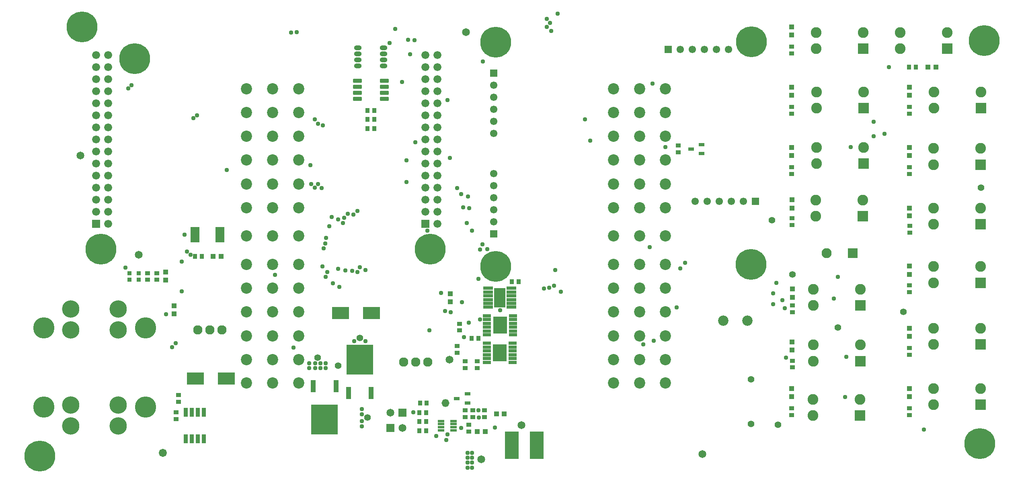
<source format=gts>
G04*
G04 #@! TF.GenerationSoftware,Altium Limited,Altium Designer,22.10.1 (41)*
G04*
G04 Layer_Color=8388736*
%FSLAX23Y23*%
%MOIN*%
G70*
G04*
G04 #@! TF.SameCoordinates,75F1CFA2-9E1D-427A-8FB2-C6D19FE5AEEE*
G04*
G04*
G04 #@! TF.FilePolarity,Negative*
G04*
G01*
G75*
%ADD26R,0.039X0.039*%
%ADD32R,0.039X0.039*%
%ADD46R,0.034X0.041*%
%ADD47R,0.042X0.101*%
%ADD48R,0.223X0.245*%
%ADD49R,0.036X0.036*%
%ADD50R,0.041X0.037*%
%ADD51R,0.041X0.034*%
%ADD52R,0.066X0.030*%
%ADD53R,0.116X0.144*%
%ADD54R,0.144X0.104*%
%ADD55R,0.037X0.041*%
%ADD56R,0.051X0.030*%
%ADD57R,0.093X0.160*%
%ADD58R,0.084X0.026*%
%ADD59R,0.112X0.226*%
%ADD60R,0.032X0.075*%
G04:AMPARAMS|DCode=61|XSize=32mil|YSize=71mil|CornerRadius=5mil|HoleSize=0mil|Usage=FLASHONLY|Rotation=270.000|XOffset=0mil|YOffset=0mil|HoleType=Round|Shape=RoundedRectangle|*
%AMROUNDEDRECTD61*
21,1,0.032,0.061,0,0,270.0*
21,1,0.022,0.071,0,0,270.0*
1,1,0.010,-0.031,-0.011*
1,1,0.010,-0.031,0.011*
1,1,0.010,0.031,0.011*
1,1,0.010,0.031,-0.011*
%
%ADD61ROUNDEDRECTD61*%
%ADD62O,0.063X0.041*%
%ADD63R,0.054X0.022*%
%ADD64R,0.076X0.130*%
%ADD65C,0.144*%
%ADD66C,0.093*%
%ADD67C,0.077*%
%ADD68C,0.065*%
%ADD69R,0.065X0.065*%
%ADD70C,0.061*%
%ADD71R,0.061X0.061*%
%ADD72C,0.066*%
%ADD73R,0.066X0.066*%
%ADD74C,0.086*%
%ADD75R,0.089X0.089*%
%ADD76C,0.089*%
%ADD77C,0.083*%
%ADD78R,0.083X0.083*%
%ADD79R,0.061X0.061*%
%ADD80O,0.065X0.065*%
%ADD81O,0.065X0.067*%
%ADD82C,0.037*%
%ADD83C,0.056*%
%ADD84C,0.256*%
%ADD85C,0.176*%
D26*
X3824Y2444D02*
D03*
Y2510D02*
D03*
X1465Y2691D02*
D03*
X6655Y4723D02*
D03*
Y4657D02*
D03*
X6658Y3288D02*
D03*
Y3221D02*
D03*
X6655Y3723D02*
D03*
Y3657D02*
D03*
X6659Y2042D02*
D03*
Y2108D02*
D03*
X7630Y2671D02*
D03*
Y2738D02*
D03*
Y4157D02*
D03*
Y4223D02*
D03*
Y3723D02*
D03*
Y3657D02*
D03*
Y2157D02*
D03*
Y2223D02*
D03*
X6655Y1723D02*
D03*
Y1657D02*
D03*
X6662Y2548D02*
D03*
Y2481D02*
D03*
X6655Y4157D02*
D03*
Y4223D02*
D03*
X7630Y1657D02*
D03*
Y1723D02*
D03*
X7632Y3221D02*
D03*
Y3155D02*
D03*
X1465Y2624D02*
D03*
X1535Y2408D02*
D03*
Y2342D02*
D03*
D32*
X4272Y1513D02*
D03*
X4206D02*
D03*
X4048Y1367D02*
D03*
X4115D02*
D03*
X7852Y4390D02*
D03*
X7785D02*
D03*
X1923Y2820D02*
D03*
X1857D02*
D03*
D46*
X3573Y1604D02*
D03*
X3629D02*
D03*
X3567Y1449D02*
D03*
X3623D02*
D03*
Y1524D02*
D03*
X3567D02*
D03*
X7629Y4390D02*
D03*
X7685D02*
D03*
X3623Y1374D02*
D03*
X3567D02*
D03*
X1763Y2820D02*
D03*
X1707D02*
D03*
D47*
X2876Y1743D02*
D03*
X2688D02*
D03*
X2981Y1687D02*
D03*
X3169D02*
D03*
D48*
X2782Y1467D02*
D03*
X3075Y1964D02*
D03*
D49*
X1240Y2680D02*
D03*
Y2625D02*
D03*
X1165Y2680D02*
D03*
Y2625D02*
D03*
D50*
X1315Y2625D02*
D03*
X1390D02*
D03*
Y2680D02*
D03*
X3947Y1894D02*
D03*
Y1950D02*
D03*
X4048Y1894D02*
D03*
Y1950D02*
D03*
X1550Y1470D02*
D03*
Y1526D02*
D03*
X1570Y1668D02*
D03*
Y1612D02*
D03*
X1315Y2680D02*
D03*
D51*
X3947Y1487D02*
D03*
Y1543D02*
D03*
X6655Y4558D02*
D03*
Y4502D02*
D03*
X6660Y2413D02*
D03*
Y2357D02*
D03*
X6655Y3502D02*
D03*
Y3558D02*
D03*
X7630Y2579D02*
D03*
Y2524D02*
D03*
X3882Y2021D02*
D03*
Y2076D02*
D03*
X3902Y2205D02*
D03*
Y2261D02*
D03*
X3977Y1423D02*
D03*
Y1367D02*
D03*
X6659Y3081D02*
D03*
Y3137D02*
D03*
X4106Y1486D02*
D03*
Y1542D02*
D03*
X6655Y1558D02*
D03*
Y1502D02*
D03*
X6661Y1954D02*
D03*
Y1898D02*
D03*
X6655Y4002D02*
D03*
Y4058D02*
D03*
X7630Y1558D02*
D03*
Y1502D02*
D03*
Y2002D02*
D03*
Y2058D02*
D03*
Y4058D02*
D03*
Y4002D02*
D03*
Y3502D02*
D03*
Y3558D02*
D03*
X4010Y1486D02*
D03*
Y1542D02*
D03*
X7634Y3016D02*
D03*
Y3072D02*
D03*
X5715Y3682D02*
D03*
Y3738D02*
D03*
D52*
X4129Y2327D02*
D03*
Y2296D02*
D03*
Y2264D02*
D03*
Y2233D02*
D03*
Y2201D02*
D03*
Y2170D02*
D03*
X4343D02*
D03*
Y2201D02*
D03*
Y2233D02*
D03*
Y2264D02*
D03*
Y2296D02*
D03*
Y2327D02*
D03*
X4342Y2099D02*
D03*
Y2067D02*
D03*
Y2036D02*
D03*
Y2004D02*
D03*
Y1973D02*
D03*
Y1941D02*
D03*
X4128D02*
D03*
Y1973D02*
D03*
Y2004D02*
D03*
Y2036D02*
D03*
Y2067D02*
D03*
Y2099D02*
D03*
D53*
X4236Y2249D02*
D03*
X4235Y2020D02*
D03*
D54*
X2915Y2348D02*
D03*
X3171D02*
D03*
X1712Y1805D02*
D03*
X1968D02*
D03*
D55*
X3137Y3955D02*
D03*
X3193D02*
D03*
X4001Y2140D02*
D03*
X4057D02*
D03*
X4335Y2608D02*
D03*
X4391D02*
D03*
X3137Y4030D02*
D03*
X3193D02*
D03*
Y3880D02*
D03*
X3137D02*
D03*
D56*
X5909Y3673D02*
D03*
Y3747D02*
D03*
X5821Y3710D02*
D03*
X3967Y1603D02*
D03*
Y1678D02*
D03*
X3878Y1641D02*
D03*
D57*
X4235Y2477D02*
D03*
D58*
X4332Y2556D02*
D03*
Y2524D02*
D03*
Y2493D02*
D03*
Y2461D02*
D03*
Y2430D02*
D03*
Y2398D02*
D03*
X4138D02*
D03*
Y2430D02*
D03*
Y2461D02*
D03*
Y2493D02*
D03*
Y2524D02*
D03*
Y2556D02*
D03*
D59*
X4542Y1253D02*
D03*
X4334D02*
D03*
D60*
X1730Y1305D02*
D03*
X1780D02*
D03*
Y1525D02*
D03*
X1730D02*
D03*
X1680D02*
D03*
X1630D02*
D03*
X1680Y1305D02*
D03*
X1630D02*
D03*
D61*
X3276Y4125D02*
D03*
Y4175D02*
D03*
Y4225D02*
D03*
Y4275D02*
D03*
X3054Y4125D02*
D03*
Y4175D02*
D03*
Y4225D02*
D03*
Y4275D02*
D03*
D62*
X3058Y4550D02*
D03*
Y4500D02*
D03*
Y4450D02*
D03*
Y4400D02*
D03*
X3272Y4550D02*
D03*
Y4500D02*
D03*
Y4450D02*
D03*
Y4400D02*
D03*
D63*
X3748Y1453D02*
D03*
Y1428D02*
D03*
Y1402D02*
D03*
Y1377D02*
D03*
X3852D02*
D03*
Y1402D02*
D03*
Y1428D02*
D03*
Y1453D02*
D03*
D64*
X1913Y3000D02*
D03*
X1707D02*
D03*
D65*
X678Y2384D02*
D03*
Y2211D02*
D03*
X1072Y2384D02*
D03*
Y2211D02*
D03*
Y1412D02*
D03*
Y1585D02*
D03*
X678Y1412D02*
D03*
Y1585D02*
D03*
D66*
X2352Y2988D02*
D03*
Y1768D02*
D03*
X2135D02*
D03*
X2568Y1964D02*
D03*
X2135Y3224D02*
D03*
Y4208D02*
D03*
X2352D02*
D03*
X2568D02*
D03*
X2135Y4012D02*
D03*
X2352D02*
D03*
X2568D02*
D03*
X2135Y3815D02*
D03*
X2352D02*
D03*
X2568D02*
D03*
X2135Y3618D02*
D03*
X2352D02*
D03*
X2568D02*
D03*
X2135Y3421D02*
D03*
X2352D02*
D03*
X2568D02*
D03*
X2352Y3224D02*
D03*
X2568D02*
D03*
X2135Y2988D02*
D03*
X2568D02*
D03*
X2135Y2752D02*
D03*
X2352D02*
D03*
X2568D02*
D03*
X2135Y2555D02*
D03*
X2352D02*
D03*
X2568D02*
D03*
X2135Y2358D02*
D03*
X2352D02*
D03*
X2568D02*
D03*
X2135Y2161D02*
D03*
X2352D02*
D03*
X2135Y1964D02*
D03*
X2352D02*
D03*
X2568Y1768D02*
D03*
Y2161D02*
D03*
X5176Y2752D02*
D03*
X5393Y3815D02*
D03*
Y4012D02*
D03*
X5176Y4208D02*
D03*
X5393D02*
D03*
X5609D02*
D03*
X5176Y4012D02*
D03*
X5609D02*
D03*
X5176Y3815D02*
D03*
X5609D02*
D03*
X5176Y3618D02*
D03*
X5393D02*
D03*
X5609D02*
D03*
X5176Y3421D02*
D03*
X5393D02*
D03*
X5609D02*
D03*
X5176Y3224D02*
D03*
X5393D02*
D03*
X5609D02*
D03*
X5176Y2988D02*
D03*
X5393D02*
D03*
X5609D02*
D03*
X5393Y2752D02*
D03*
X5609D02*
D03*
X5176Y2555D02*
D03*
X5393D02*
D03*
X5609D02*
D03*
X5176Y2358D02*
D03*
X5609D02*
D03*
X5176Y2161D02*
D03*
X5393D02*
D03*
X5609D02*
D03*
X5176Y1964D02*
D03*
X5393D02*
D03*
X5609D02*
D03*
X5176Y1768D02*
D03*
X5609D02*
D03*
X5393Y2358D02*
D03*
Y1768D02*
D03*
D67*
X1731Y2211D02*
D03*
X1831D02*
D03*
X1931D02*
D03*
X3636Y1943D02*
D03*
X3536D02*
D03*
X3436D02*
D03*
D68*
X3819Y1964D02*
D03*
X1240Y2832D02*
D03*
X3428Y1396D02*
D03*
X3328Y1524D02*
D03*
X5915Y1180D02*
D03*
X3954Y4680D02*
D03*
X4081Y1137D02*
D03*
X4415Y1419D02*
D03*
X756Y3657D02*
D03*
D69*
X3328Y1396D02*
D03*
X3428Y1524D02*
D03*
D70*
X6130Y4535D02*
D03*
X6030D02*
D03*
X5930D02*
D03*
X5830D02*
D03*
X5730D02*
D03*
X5855Y3275D02*
D03*
X5955D02*
D03*
X6055D02*
D03*
X6155D02*
D03*
X6255D02*
D03*
X4185Y4240D02*
D03*
Y4140D02*
D03*
Y4040D02*
D03*
Y3940D02*
D03*
Y3840D02*
D03*
Y3105D02*
D03*
Y3205D02*
D03*
Y3305D02*
D03*
Y3405D02*
D03*
Y3505D02*
D03*
D71*
X5630Y4535D02*
D03*
X6355Y3275D02*
D03*
D72*
X3618Y3290D02*
D03*
Y3390D02*
D03*
X3718Y4490D02*
D03*
Y4390D02*
D03*
X3618Y4490D02*
D03*
Y4390D02*
D03*
X3718Y4290D02*
D03*
Y4190D02*
D03*
Y4090D02*
D03*
Y3990D02*
D03*
Y3890D02*
D03*
Y3790D02*
D03*
Y3690D02*
D03*
Y3590D02*
D03*
Y3490D02*
D03*
Y3390D02*
D03*
Y3290D02*
D03*
Y3190D02*
D03*
Y3090D02*
D03*
X3618Y4290D02*
D03*
Y4190D02*
D03*
Y4090D02*
D03*
Y3990D02*
D03*
Y3890D02*
D03*
Y3790D02*
D03*
Y3690D02*
D03*
Y3590D02*
D03*
Y3490D02*
D03*
Y3190D02*
D03*
X989Y4490D02*
D03*
Y4390D02*
D03*
X889Y4490D02*
D03*
Y4390D02*
D03*
X989Y4290D02*
D03*
Y4190D02*
D03*
Y4090D02*
D03*
Y3990D02*
D03*
Y3790D02*
D03*
Y3690D02*
D03*
Y3590D02*
D03*
Y3490D02*
D03*
Y3390D02*
D03*
Y3290D02*
D03*
Y3190D02*
D03*
Y3090D02*
D03*
X889Y4290D02*
D03*
Y4190D02*
D03*
Y4090D02*
D03*
Y3990D02*
D03*
Y3890D02*
D03*
Y3790D02*
D03*
Y3690D02*
D03*
Y3490D02*
D03*
Y3390D02*
D03*
Y3290D02*
D03*
Y3190D02*
D03*
X989Y3890D02*
D03*
X889Y3590D02*
D03*
D73*
X3618Y3090D02*
D03*
X889D02*
D03*
D74*
X6086Y2287D02*
D03*
X6286D02*
D03*
D75*
X7249Y4543D02*
D03*
X7223Y2413D02*
D03*
X7244Y3152D02*
D03*
X7250Y3590D02*
D03*
X8221Y2601D02*
D03*
X8220Y2090D02*
D03*
X8225Y4050D02*
D03*
X8221Y3581D02*
D03*
X7222Y1499D02*
D03*
X7223Y1951D02*
D03*
X7250Y4050D02*
D03*
X8220Y1590D02*
D03*
X8221Y3085D02*
D03*
X7945Y4543D02*
D03*
D76*
X6859D02*
D03*
Y4677D02*
D03*
X7249D02*
D03*
X7223Y2547D02*
D03*
X6833D02*
D03*
Y2413D02*
D03*
X6854Y3152D02*
D03*
Y3286D02*
D03*
X7244D02*
D03*
X6860Y3590D02*
D03*
Y3723D02*
D03*
X7250D02*
D03*
X8221Y2735D02*
D03*
X7831D02*
D03*
Y2601D02*
D03*
X7830Y2090D02*
D03*
Y2223D02*
D03*
X8220D02*
D03*
X8225Y4184D02*
D03*
X7835D02*
D03*
Y4050D02*
D03*
X8221Y3715D02*
D03*
X7831D02*
D03*
Y3581D02*
D03*
X7222Y1633D02*
D03*
X6832D02*
D03*
Y1499D02*
D03*
X7223Y2085D02*
D03*
X6833D02*
D03*
Y1951D02*
D03*
X7250Y4184D02*
D03*
X6860D02*
D03*
Y4050D02*
D03*
X8220Y1723D02*
D03*
X7830D02*
D03*
Y1590D02*
D03*
X7831Y3085D02*
D03*
Y3219D02*
D03*
X8221D02*
D03*
X7555Y4543D02*
D03*
Y4677D02*
D03*
X7945D02*
D03*
D77*
X6944Y2846D02*
D03*
D78*
X7160D02*
D03*
D79*
X4185Y4340D02*
D03*
Y3005D02*
D03*
D80*
X3784Y1603D02*
D03*
D81*
X1442Y1189D02*
D03*
D82*
X7108Y1985D02*
D03*
X7099Y1652D02*
D03*
X1130Y2725D02*
D03*
X6500Y2422D02*
D03*
X6598Y2389D02*
D03*
X6609Y1980D02*
D03*
X3791Y1296D02*
D03*
X3800Y1344D02*
D03*
X3706Y1329D02*
D03*
X3968Y1151D02*
D03*
X4004Y1066D02*
D03*
X3968Y1108D02*
D03*
X4004Y1188D02*
D03*
Y1151D02*
D03*
Y1108D02*
D03*
X3968Y1066D02*
D03*
Y1188D02*
D03*
X3516Y1526D02*
D03*
X7750Y1384D02*
D03*
X4070Y2296D02*
D03*
X4193Y1401D02*
D03*
X3780Y2366D02*
D03*
X3827Y2356D02*
D03*
X3747Y2517D02*
D03*
X3092Y1453D02*
D03*
Y1411D02*
D03*
Y1509D02*
D03*
Y1554D02*
D03*
X3120Y2117D02*
D03*
X3027D02*
D03*
X2792Y1892D02*
D03*
X2747D02*
D03*
X2703D02*
D03*
X2655D02*
D03*
X2792Y1933D02*
D03*
X2747D02*
D03*
X2703D02*
D03*
X2655D02*
D03*
X1182Y4241D02*
D03*
X1155Y4214D02*
D03*
X3651Y2207D02*
D03*
X2525Y2062D02*
D03*
X2905Y2565D02*
D03*
X4057Y1542D02*
D03*
X3915Y1396D02*
D03*
X1597Y2775D02*
D03*
X1548Y2099D02*
D03*
X1597Y2530D02*
D03*
X4060Y1484D02*
D03*
X1467Y2340D02*
D03*
X2774Y2886D02*
D03*
X2789Y2927D02*
D03*
X2795Y2972D02*
D03*
X2840Y3145D02*
D03*
X2820Y3070D02*
D03*
X2765Y2735D02*
D03*
X3938Y2149D02*
D03*
X3977Y2269D02*
D03*
X6529Y2598D02*
D03*
X4239Y2373D02*
D03*
X6500Y2514D02*
D03*
X6577Y2455D02*
D03*
X5512Y2118D02*
D03*
X7143Y3726D02*
D03*
X7038Y2648D02*
D03*
X7005Y2470D02*
D03*
X4056Y2632D02*
D03*
X3010Y2700D02*
D03*
X2945Y3140D02*
D03*
X3054Y2690D02*
D03*
X2975Y3172D02*
D03*
X2372Y2667D02*
D03*
X3535Y3765D02*
D03*
X3366Y4705D02*
D03*
X3526Y4614D02*
D03*
X4093Y4436D02*
D03*
X4714Y4832D02*
D03*
X5501Y4254D02*
D03*
X1724Y3991D02*
D03*
X1694Y3967D02*
D03*
X1641Y2859D02*
D03*
X1670Y2834D02*
D03*
X1971Y3536D02*
D03*
X3120Y2705D02*
D03*
X3055Y3195D02*
D03*
X3075Y2730D02*
D03*
X3020Y3165D02*
D03*
X2850Y2595D02*
D03*
X4130Y2880D02*
D03*
X4600Y2552D02*
D03*
X2895Y3125D02*
D03*
Y2715D02*
D03*
X4645Y2560D02*
D03*
X2935Y3095D02*
D03*
X4070Y2875D02*
D03*
X2955Y2704D02*
D03*
X2805Y2690D02*
D03*
X2790Y2650D02*
D03*
X3635Y3032D02*
D03*
X4003D02*
D03*
X4940Y3956D02*
D03*
X3980Y3220D02*
D03*
X3960Y3095D02*
D03*
X3802Y4116D02*
D03*
X2729Y3920D02*
D03*
X2700Y3955D02*
D03*
X2769Y3906D02*
D03*
X2757Y3385D02*
D03*
X2700Y3390D02*
D03*
X2729Y3420D02*
D03*
X1517Y2067D02*
D03*
X5609Y3725D02*
D03*
X5700Y2395D02*
D03*
X5476Y2895D02*
D03*
X5425Y2090D02*
D03*
X7425Y3835D02*
D03*
X5770Y2765D02*
D03*
X3970Y3315D02*
D03*
X3915Y3335D02*
D03*
X3880Y3385D02*
D03*
X3932Y3225D02*
D03*
X4090Y2920D02*
D03*
X4695Y2705D02*
D03*
X4985Y3780D02*
D03*
X4660Y4690D02*
D03*
X4650Y4755D02*
D03*
X4625Y4790D02*
D03*
Y4722D02*
D03*
X3320Y4590D02*
D03*
X3475Y4615D02*
D03*
X2550Y4680D02*
D03*
X2505Y4675D02*
D03*
X4685Y2576D02*
D03*
X4740Y2525D02*
D03*
X3462Y3435D02*
D03*
Y3615D02*
D03*
X3820Y3635D02*
D03*
X2670Y3421D02*
D03*
X2665Y3575D02*
D03*
X7335Y3815D02*
D03*
Y3935D02*
D03*
X3490Y4495D02*
D03*
X3425Y4265D02*
D03*
X3920Y2440D02*
D03*
X7460Y4390D02*
D03*
X5730Y2720D02*
D03*
X1620Y3000D02*
D03*
D83*
X7038Y2231D02*
D03*
X3139Y1484D02*
D03*
X2724Y1981D02*
D03*
X6541Y1423D02*
D03*
X3075Y2143D02*
D03*
X2895Y1913D02*
D03*
X6319Y1428D02*
D03*
X7581Y2360D02*
D03*
X8225Y3390D02*
D03*
X6662Y2671D02*
D03*
X6492Y3121D02*
D03*
X6319Y1800D02*
D03*
D84*
X8215Y1265D02*
D03*
X421Y1163D02*
D03*
X771Y4722D02*
D03*
X6319Y2752D02*
D03*
X4200Y2735D02*
D03*
Y4595D02*
D03*
X3657Y2880D02*
D03*
X8250Y4610D02*
D03*
X1206Y4459D02*
D03*
X928Y2878D02*
D03*
X6320Y4600D02*
D03*
D85*
X453Y2225D02*
D03*
X1298D02*
D03*
X1298Y1571D02*
D03*
X453D02*
D03*
M02*

</source>
